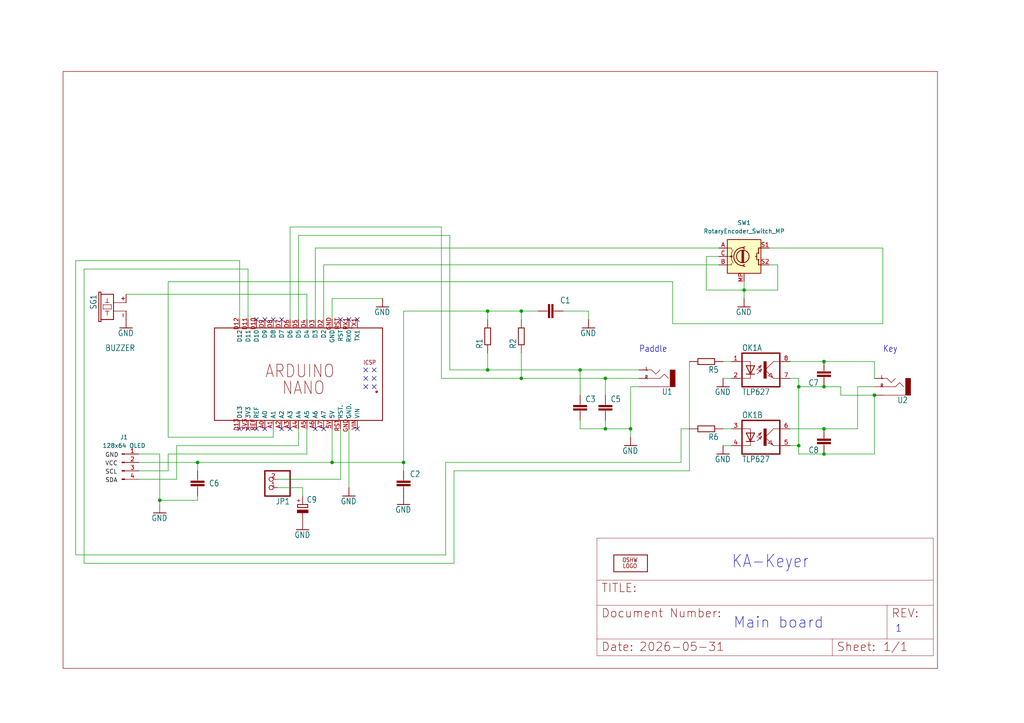
<source format=kicad_sch>
(kicad_sch (version 20231120) (generator "eeschema") (generator_version "8.0")
  (paper "User" 309.347 218.491)
  (lib_symbols
    (symbol "Connector:Conn_01x04_Pin" (pin_names (offset 1.016) hide)
      (property "Reference" "J" (at 0 5.08 0))
      (property "Value" "Conn_01x04_Pin" (at 0 -7.62 0))
      (symbol "Conn_01x04_Pin_1_1"
        (polyline (pts (xy 1.27 -5.08) (xy 0.8636 -5.08)) (stroke (width 0.1524)))
        (polyline (pts (xy 1.27 -2.54) (xy 0.8636 -2.54)) (stroke (width 0.1524)))
        (polyline (pts (xy 1.27 0) (xy 0.8636 0)) (stroke (width 0.1524)))
        (polyline (pts (xy 1.27 2.54) (xy 0.8636 2.54)) (stroke (width 0.1524)))
        (rectangle (start 0.8636 -4.953) (end 0 -5.207) (stroke (width 0.1524)) (fill (type outline)))
        (rectangle (start 0.8636 -2.413) (end 0 -2.667) (stroke (width 0.1524)) (fill (type outline)))
        (rectangle (start 0.8636 0.127) (end 0 -0.127) (stroke (width 0.1524)) (fill (type outline)))
        (rectangle (start 0.8636 2.667) (end 0 2.413) (stroke (width 0.1524)) (fill (type outline)))
        (pin passive line (at 5.08 2.54 180) (length 3.81) (name "Pin_1") (number "1"))
        (pin passive line (at 5.08 0 180) (length 3.81) (name "Pin_2") (number "2"))
        (pin passive line (at 5.08 -2.54 180) (length 3.81) (name "Pin_3") (number "3"))
        (pin passive line (at 5.08 -5.08 180) (length 3.81) (name "Pin_4") (number "4"))
      )
    )
    (symbol "Device:RotaryEncoder_Switch_MP" (pin_names (offset 0.254) hide)
      (property "Reference" "SW" (at 0 8.89 0))
      (property "Value" "RotaryEncoder_Switch_MP" (at 0 6.35 0))
      (symbol "RotaryEncoder_Switch_MP_0_1"
        (rectangle (start -5.08 5.08) (end 5.08 -5.08) (stroke (width 0.254)) (fill (type background)))
        (circle (center -3.81 0) (radius 0.254) (fill (type outline)))
        (circle (center -0.381 0) (radius 1.905) (stroke (width 0.254)))
        (arc (start -0.381 2.667) (mid -3.0988 -0.0635) (end -0.381 -2.794) (stroke (width 0.254)))
        (polyline (pts (xy -0.635 -1.778) (xy -0.635 1.778)) (stroke (width 0.254)))
        (polyline (pts (xy -0.381 -1.778) (xy -0.381 1.778)) (stroke (width 0.254)))
        (polyline (pts (xy -0.127 1.778) (xy -0.127 -1.778)) (stroke (width 0.254)))
        (polyline (pts (xy 3.81 0) (xy 3.429 0)) (stroke (width 0.254)))
        (polyline (pts (xy 3.81 1.016) (xy 3.81 -1.016)) (stroke (width 0.254)))
        (polyline (pts (xy -5.08 -2.54) (xy -3.81 -2.54) (xy -3.81 -2.032)))
        (polyline (pts (xy -5.08 2.54) (xy -3.81 2.54) (xy -3.81 2.032)))
        (polyline (pts (xy 0.254 -3.048) (xy -0.508 -2.794) (xy 0.127 -2.413)) (stroke (width 0.254)))
        (polyline (pts (xy 0.254 2.921) (xy -0.508 2.667) (xy 0.127 2.286)) (stroke (width 0.254)))
        (polyline (pts (xy 5.08 -2.54) (xy 4.318 -2.54) (xy 4.318 -1.016)) (stroke (width 0.254)))
        (polyline (pts (xy 5.08 2.54) (xy 4.318 2.54) (xy 4.318 1.016)) (stroke (width 0.254)))
        (polyline (pts (xy -5.08 0) (xy -3.81 0) (xy -3.81 -1.016) (xy -3.302 -2.032)))
        (polyline (pts (xy -4.318 0) (xy -3.81 0) (xy -3.81 1.016) (xy -3.302 2.032)))
        (circle (center 4.318 -1.016) (radius 0.127) (stroke (width 0.254)))
        (circle (center 4.318 1.016) (radius 0.127) (stroke (width 0.254)))
      )
      (symbol "RotaryEncoder_Switch_MP_1_1"
        (pin passive line (at -7.62 2.54 0) (length 2.54) (name "A") (number "A"))
        (pin passive line (at -7.62 -2.54 0) (length 2.54) (name "B") (number "B"))
        (pin passive line (at -7.62 0 0) (length 2.54) (name "C") (number "C"))
        (pin passive line (at 0 -7.62 90) (length 2.54) (name "MP") (number "MP"))
        (pin passive line (at 7.62 2.54 180) (length 2.54) (name "S1") (number "S1"))
        (pin passive line (at 7.62 -2.54 180) (length 2.54) (name "S2") (number "S2"))
      )
    )
    (symbol "open_cw_keyer_mk2_v30-eagle-import:ARDUINO_NANO"
      (symbol "ARDUINO_NANO_1_0"
        (polyline (pts (xy -25.4 -15.24) (xy -25.4 12.7)) (stroke (width 0.254)))
        (polyline (pts (xy -25.4 12.7) (xy 25.4 12.7)) (stroke (width 0.254)))
        (polyline (pts (xy 25.4 -15.24) (xy -25.4 -15.24)) (stroke (width 0.254)))
        (polyline (pts (xy 25.4 12.7) (xy 25.4 -15.24)) (stroke (width 0.254)))
        (circle (center 23.622 -6.604) (radius 0.254) (stroke (width 0.254)))
        (text "ARDUINO" (at -10.16 -2.54 0) (effects (font (size 3.81 3.2385)) (justify left bottom)))
        (text "ICSP" (at 19.558 1.524 0) (effects (font (size 1.27 1.0795)) (justify left bottom)))
        (text "NANO" (at -5.08 -7.62 0) (effects (font (size 3.81 3.2385)) (justify left bottom)))
        (pin bidirectional line (at -15.24 -17.78 90) (length 2.54) (name "3V3") (number "3V3"))
        (pin bidirectional line (at 10.16 -17.78 90) (length 2.54) (name "5V") (number "5V"))
        (pin bidirectional line (at 20.32 -5.08 0) (length 0) (name "5V.") (number "5V."))
        (pin bidirectional line (at -10.16 -17.78 90) (length 2.54) (name "A0") (number "A0"))
        (pin bidirectional line (at -7.62 -17.78 90) (length 2.54) (name "A1") (number "A1"))
        (pin bidirectional line (at -5.08 -17.78 90) (length 2.54) (name "A2") (number "A2"))
        (pin bidirectional line (at -2.54 -17.78 90) (length 2.54) (name "A3") (number "A3"))
        (pin bidirectional line (at 0 -17.78 90) (length 2.54) (name "A4") (number "A4"))
        (pin bidirectional line (at 2.54 -17.78 90) (length 2.54) (name "A5") (number "A5"))
        (pin bidirectional line (at 5.08 -17.78 90) (length 2.54) (name "A6") (number "A6"))
        (pin bidirectional line (at 7.62 -17.78 90) (length 2.54) (name "A7") (number "A7"))
        (pin bidirectional line (at -12.7 15.24 270) (length 2.54) (name "D10") (number "D10"))
        (pin bidirectional line (at -15.24 15.24 270) (length 2.54) (name "D11") (number "D11"))
        (pin bidirectional line (at -17.78 15.24 270) (length 2.54) (name "D12") (number "D12"))
        (pin bidirectional line (at -17.78 -17.78 90) (length 2.54) (name "D13") (number "D13"))
        (pin bidirectional line (at 7.62 15.24 270) (length 2.54) (name "D2") (number "D2"))
        (pin bidirectional line (at 5.08 15.24 270) (length 2.54) (name "D3") (number "D3"))
        (pin bidirectional line (at 2.54 15.24 270) (length 2.54) (name "D4") (number "D4"))
        (pin bidirectional line (at 0 15.24 270) (length 2.54) (name "D5") (number "D5"))
        (pin bidirectional line (at -2.54 15.24 270) (length 2.54) (name "D6") (number "D6"))
        (pin bidirectional line (at -5.08 15.24 270) (length 2.54) (name "D7") (number "D7"))
        (pin bidirectional line (at -7.62 15.24 270) (length 2.54) (name "D8") (number "D8"))
        (pin bidirectional line (at -10.16 15.24 270) (length 2.54) (name "D9") (number "D9"))
        (pin bidirectional line (at 10.16 15.24 270) (length 2.54) (name "GND") (number "GND"))
        (pin bidirectional line (at 15.24 -17.78 90) (length 2.54) (name "GND.") (number "GND."))
        (pin bidirectional line (at 20.32 0 0) (length 0) (name "GND_") (number "GND_"))
        (pin bidirectional line (at 22.86 -5.08 180) (length 0) (name "MISO") (number "MISO"))
        (pin bidirectional line (at 20.32 -2.54 0) (length 0) (name "MOSI") (number "MOSI"))
        (pin bidirectional line (at -12.7 -17.78 90) (length 2.54) (name "REF") (number "REF"))
        (pin bidirectional line (at 22.86 0 180) (length 0) (name "RESET..") (number "RESET.."))
        (pin bidirectional line (at 12.7 15.24 270) (length 2.54) (name "RST") (number "RST"))
        (pin bidirectional line (at 12.7 -17.78 90) (length 2.54) (name "RST.") (number "RST."))
        (pin bidirectional line (at 15.24 15.24 270) (length 2.54) (name "RX0") (number "RX1"))
        (pin bidirectional line (at 22.86 -2.54 180) (length 0) (name "SCK") (number "SCK"))
        (pin bidirectional line (at 17.78 15.24 270) (length 2.54) (name "TX1") (number "TX1"))
        (pin bidirectional line (at 17.78 -17.78 90) (length 2.54) (name "VIN") (number "VIN"))
      )
    )
    (symbol "open_cw_keyer_mk2_v30-eagle-import:AUDIO-JACKPTH"
      (property "Reference" "U" (at -5.08 3.048 0))
      (symbol "AUDIO-JACKPTH_1_0"
        (rectangle (start -5.842 2.54) (end -4.318 -2.54) (fill (type outline)))
        (polyline (pts (xy -2.54 -1.27) (xy -3.81 0)) (stroke (width 0.1524)))
        (polyline (pts (xy -1.27 -2.54) (xy 0 -1.27)) (stroke (width 0.1524)))
        (polyline (pts (xy -1.27 0) (xy -2.54 -1.27)) (stroke (width 0.1524)))
        (polyline (pts (xy 0 -1.27) (xy 1.27 -2.54)) (stroke (width 0.1524)))
        (polyline (pts (xy 1.27 -2.54) (xy 2.54 -2.54)) (stroke (width 0.1524)))
        (polyline (pts (xy 2.54 0) (xy -1.27 0)) (stroke (width 0.1524)))
        (polyline (pts (xy 2.54 2.54) (xy -5.08 2.54)) (stroke (width 0.1524)))
        (text "L" (at 2.286 -2.286 0) (effects (font (size 1.016 0.8636) (thickness 0.1727) (bold yes)) (justify left bottom)))
        (text "R" (at 2.286 0.254 0) (effects (font (size 1.016 0.8636) (thickness 0.1727) (bold yes)) (justify left bottom)))
        (pin bidirectional line (at 5.08 0 180) (length 2.54) (name "RIGHT") (number "RING"))
        (pin bidirectional line (at 5.08 2.54 180) (length 2.54) (name "SLEEVE") (number "SLEEVE"))
        (pin bidirectional line (at 5.08 -2.54 180) (length 2.54) (name "LEFT") (number "TIP"))
      )
    )
    (symbol "open_cw_keyer_mk2_v30-eagle-import:C-EUC0805"
      (property "Reference" "C" (at 1.524 0.381 0))
      (symbol "C-EUC0805_1_0"
        (rectangle (start -2.032 -2.032) (end 2.032 -1.524) (fill (type outline)))
        (rectangle (start -2.032 -1.016) (end 2.032 -0.508) (fill (type outline)))
        (polyline (pts (xy 0 -2.54) (xy 0 -2.032)) (stroke (width 0.1524)))
        (polyline (pts (xy 0 0) (xy 0 -0.508)) (stroke (width 0.1524)))
        (pin passive line (at 0 2.54 270) (length 2.54) (name "1") (number "1"))
        (pin passive line (at 0 -5.08 90) (length 2.54) (name "2") (number "2"))
      )
    )
    (symbol "open_cw_keyer_mk2_v30-eagle-import:C-EUC0805K"
      (property "Reference" "C" (at 1.524 0.381 0))
      (symbol "C-EUC0805K_1_0"
        (rectangle (start -2.032 -2.032) (end 2.032 -1.524) (fill (type outline)))
        (rectangle (start -2.032 -1.016) (end 2.032 -0.508) (fill (type outline)))
        (polyline (pts (xy 0 -2.54) (xy 0 -2.032)) (stroke (width 0.1524)))
        (polyline (pts (xy 0 0) (xy 0 -0.508)) (stroke (width 0.1524)))
        (pin passive line (at 0 2.54 270) (length 2.54) (name "1") (number "1"))
        (pin passive line (at 0 -5.08 90) (length 2.54) (name "2") (number "2"))
      )
    )
    (symbol "open_cw_keyer_mk2_v30-eagle-import:CPOL-EUB/3528-21R"
      (property "Reference" "C" (at 1.143 0.4826 0))
      (symbol "CPOL-EUB/3528-21R_1_0"
        (rectangle (start -1.651 -2.54) (end 1.651 -1.651) (fill (type outline)))
        (polyline (pts (xy -1.524 -0.889) (xy 1.524 -0.889)) (stroke (width 0.254)))
        (polyline (pts (xy -1.524 0) (xy -1.524 -0.889)) (stroke (width 0.254)))
        (polyline (pts (xy -1.524 0) (xy 1.524 0)) (stroke (width 0.254)))
        (polyline (pts (xy 1.524 -0.889) (xy 1.524 0)) (stroke (width 0.254)))
        (text "+" (at -0.5842 0.4064 900) (effects (font (size 1.27 1.0795)) (justify left bottom)))
        (pin passive line (at 0 2.54 270) (length 2.54) (name "+") (number "+"))
        (pin passive line (at 0 -5.08 90) (length 2.54) (name "-") (number "-"))
      )
    )
    (symbol "open_cw_keyer_mk2_v30-eagle-import:DINA4_L"
      (symbol "DINA4_L_1_0"
        (polyline (pts (xy 0 0) (xy 264.16 0) (xy 264.16 180.34) (xy 0 180.34) (xy 0 0)))
      )
      (symbol "DINA4_L_2_0"
        (polyline (pts (xy 0 0) (xy 0 5.08)) (stroke (width 0.1016)))
        (polyline (pts (xy 0 0) (xy 71.12 0)) (stroke (width 0.1016)))
        (polyline (pts (xy 0 5.08) (xy 0 15.24)) (stroke (width 0.1016)))
        (polyline (pts (xy 0 5.08) (xy 71.12 5.08)) (stroke (width 0.1016)))
        (polyline (pts (xy 0 15.24) (xy 0 22.86)) (stroke (width 0.1016)))
        (polyline (pts (xy 0 22.86) (xy 0 35.56)) (stroke (width 0.1016)))
        (polyline (pts (xy 0 22.86) (xy 101.6 22.86)) (stroke (width 0.1016)))
        (polyline (pts (xy 71.12 0) (xy 101.6 0)) (stroke (width 0.1016)))
        (polyline (pts (xy 71.12 5.08) (xy 71.12 0)) (stroke (width 0.1016)))
        (polyline (pts (xy 71.12 5.08) (xy 87.63 5.08)) (stroke (width 0.1016)))
        (polyline (pts (xy 87.63 5.08) (xy 101.6 5.08)) (stroke (width 0.1016)))
        (polyline (pts (xy 87.63 15.24) (xy 0 15.24)) (stroke (width 0.1016)))
        (polyline (pts (xy 87.63 15.24) (xy 87.63 5.08)) (stroke (width 0.1016)))
        (polyline (pts (xy 101.6 5.08) (xy 101.6 0)) (stroke (width 0.1016)))
        (polyline (pts (xy 101.6 15.24) (xy 87.63 15.24)) (stroke (width 0.1016)))
        (polyline (pts (xy 101.6 15.24) (xy 101.6 5.08)) (stroke (width 0.1016)))
        (polyline (pts (xy 101.6 22.86) (xy 101.6 15.24)) (stroke (width 0.1016)))
        (polyline (pts (xy 101.6 35.56) (xy 0 35.56)) (stroke (width 0.1016)))
        (polyline (pts (xy 101.6 35.56) (xy 101.6 22.86)) (stroke (width 0.1016)))
        (text "${#}/${##}" (at 86.36 1.27 0) (effects (font (size 2.54 2.54)) (justify left bottom)))
        (text "${CURRENT_DATE}" (at 12.7 1.27 0) (effects (font (size 2.54 2.54)) (justify left bottom)))
        (text "${PROJECTNAME}" (at 17.78 19.05 0) (effects (font (size 2.54 2.54)) (justify left bottom)))
        (text "Date:" (at 1.27 1.27 0) (effects (font (size 2.54 2.54)) (justify left bottom)))
        (text "Document Number:" (at 1.27 11.43 0) (effects (font (size 2.54 2.54)) (justify left bottom)))
        (text "REV:" (at 88.9 11.43 0) (effects (font (size 2.54 2.54)) (justify left bottom)))
        (text "Sheet:" (at 72.39 1.27 0) (effects (font (size 2.54 2.54)) (justify left bottom)))
        (text "TITLE:" (at 1.27 19.05 0) (effects (font (size 2.54 2.54)) (justify left bottom)))
      )
    )
    (symbol "open_cw_keyer_mk2_v30-eagle-import:F/CM12P"
      (property "Reference" "SG" (at -2.54 6.35 0))
      (symbol "F/CM12P_1_0"
        (polyline (pts (xy -3.175 5.08) (xy -2.54 5.08)) (stroke (width 0.254)))
        (polyline (pts (xy -3.175 5.715) (xy -3.175 5.08)) (stroke (width 0.254)))
        (polyline (pts (xy -2.54 1.27) (xy 0 1.27)) (stroke (width 0.254)))
        (polyline (pts (xy -2.54 5.08) (xy -2.54 1.27)) (stroke (width 0.254)))
        (polyline (pts (xy -2.54 5.08) (xy 5.08 5.08)) (stroke (width 0.254)))
        (polyline (pts (xy -1.27 3.175) (xy 0 3.175)) (stroke (width 0.1524)))
        (polyline (pts (xy 0 -2.54) (xy 0 1.27)) (stroke (width 0.1524)))
        (polyline (pts (xy 0 1.27) (xy 2.54 1.27)) (stroke (width 0.254)))
        (polyline (pts (xy 0 3.175) (xy 0 2.54)) (stroke (width 0.1524)))
        (polyline (pts (xy 0 3.175) (xy 0 3.81)) (stroke (width 0.1524)))
        (polyline (pts (xy 0.635 1.905) (xy 1.905 1.905)) (stroke (width 0.1524)))
        (polyline (pts (xy 0.635 4.445) (xy 0.635 1.905)) (stroke (width 0.1524)))
        (polyline (pts (xy 1.905 1.905) (xy 1.905 4.445)) (stroke (width 0.1524)))
        (polyline (pts (xy 1.905 4.445) (xy 0.635 4.445)) (stroke (width 0.1524)))
        (polyline (pts (xy 2.54 -2.54) (xy 2.54 1.27)) (stroke (width 0.1524)))
        (polyline (pts (xy 2.54 1.27) (xy 5.08 1.27)) (stroke (width 0.254)))
        (polyline (pts (xy 2.54 3.175) (xy 2.54 2.54)) (stroke (width 0.1524)))
        (polyline (pts (xy 2.54 3.175) (xy 3.81 3.175)) (stroke (width 0.1524)))
        (polyline (pts (xy 2.54 3.81) (xy 2.54 3.175)) (stroke (width 0.1524)))
        (polyline (pts (xy 5.08 1.27) (xy 5.08 5.08)) (stroke (width 0.254)))
        (polyline (pts (xy 5.08 5.08) (xy 5.715 5.08)) (stroke (width 0.254)))
        (polyline (pts (xy 5.715 5.08) (xy 5.715 5.715)) (stroke (width 0.254)))
        (polyline (pts (xy 5.715 5.715) (xy -3.175 5.715)) (stroke (width 0.254)))
        (pin passive line (at -2.54 -2.54 0) (length 2.54) (name "1") (number "+"))
        (pin passive line (at 5.08 -2.54 180) (length 2.54) (name "2") (number "-"))
      )
    )
    (symbol "open_cw_keyer_mk2_v30-eagle-import:GND" (power)
      (symbol "GND_1_0"
        (polyline (pts (xy -1.905 0) (xy 1.905 0)) (stroke (width 0.254)))
        (pin power_in line (at 0 2.54 270) (length 2.54) (name "GND") (number "1"))
      )
    )
    (symbol "open_cw_keyer_mk2_v30-eagle-import:ILD621"
      (property "Reference" "OK" (at -6.985 5.715 0))
      (symbol "ILD621_1_0"
        (rectangle (start -0.381 -2.54) (end 0.381 2.54) (fill (type outline)))
        (polyline (pts (xy -6.985 -5.08) (xy 4.445 -5.08)) (stroke (width 0.4064)))
        (polyline (pts (xy -6.985 5.08) (xy -6.985 -5.08)) (stroke (width 0.4064)))
        (polyline (pts (xy -6.985 5.08) (xy 4.445 5.08)) (stroke (width 0.4064)))
        (polyline (pts (xy -4.445 -2.54) (xy -7.62 -2.54)) (stroke (width 0.1524)))
        (polyline (pts (xy -4.445 -1.27) (xy -5.715 -1.27)) (stroke (width 0.254)))
        (polyline (pts (xy -4.445 -1.27) (xy -5.715 1.27)) (stroke (width 0.254)))
        (polyline (pts (xy -4.445 -1.27) (xy -4.445 -2.54)) (stroke (width 0.1524)))
        (polyline (pts (xy -4.445 1.27) (xy -5.715 1.27)) (stroke (width 0.254)))
        (polyline (pts (xy -4.445 1.27) (xy -4.445 -1.27)) (stroke (width 0.254)))
        (polyline (pts (xy -4.445 2.54) (xy -7.62 2.54)) (stroke (width 0.1524)))
        (polyline (pts (xy -4.445 2.54) (xy -4.445 1.27)) (stroke (width 0.1524)))
        (polyline (pts (xy -3.175 -1.27) (xy -4.445 -1.27)) (stroke (width 0.254)))
        (polyline (pts (xy -3.175 1.27) (xy -4.445 -1.27)) (stroke (width 0.254)))
        (polyline (pts (xy -3.175 1.27) (xy -4.445 1.27)) (stroke (width 0.254)))
        (polyline (pts (xy -2.54 0) (xy -1.143 1.397)) (stroke (width 0.1524)))
        (polyline (pts (xy -2.413 -1.143) (xy -1.016 0.254)) (stroke (width 0.1524)))
        (polyline (pts (xy -2.032 1.016) (xy -1.524 0.508)) (stroke (width 0.1524)))
        (polyline (pts (xy -1.905 -0.127) (xy -1.397 -0.635)) (stroke (width 0.1524)))
        (polyline (pts (xy -1.524 0.508) (xy -1.143 1.397)) (stroke (width 0.1524)))
        (polyline (pts (xy -1.397 -0.635) (xy -1.016 0.254)) (stroke (width 0.1524)))
        (polyline (pts (xy -1.143 1.397) (xy -2.032 1.016)) (stroke (width 0.1524)))
        (polyline (pts (xy -1.016 0.254) (xy -1.905 -0.127)) (stroke (width 0.1524)))
        (polyline (pts (xy 0 0) (xy 2.286 -2.286)) (stroke (width 0.1524)))
        (polyline (pts (xy 1.016 -1.778) (xy 1.778 -1.016)) (stroke (width 0.1524)))
        (polyline (pts (xy 1.778 -1.016) (xy 2.286 -2.286)) (stroke (width 0.1524)))
        (polyline (pts (xy 2.286 -2.286) (xy 1.016 -1.778)) (stroke (width 0.1524)))
        (polyline (pts (xy 2.286 -2.286) (xy 2.54 -2.54)) (stroke (width 0.1524)))
        (polyline (pts (xy 2.54 -2.54) (xy 5.08 -2.54)) (stroke (width 0.1524)))
        (polyline (pts (xy 2.54 2.54) (xy 0 0)) (stroke (width 0.1524)))
        (polyline (pts (xy 2.54 2.54) (xy 5.08 2.54)) (stroke (width 0.1524)))
        (polyline (pts (xy 4.445 5.08) (xy 4.445 -5.08)) (stroke (width 0.4064)))
        (pin passive line (at -10.16 2.54 0) (length 2.54) (name "A") (number "1"))
        (pin passive line (at -10.16 -2.54 0) (length 2.54) (name "C") (number "2"))
        (pin passive line (at 7.62 -2.54 180) (length 2.54) (name "EMIT") (number "7"))
        (pin passive line (at 7.62 2.54 180) (length 2.54) (name "COL") (number "8"))
      )
      (symbol "ILD621_2_0"
        (rectangle (start -0.381 -2.54) (end 0.381 2.54) (fill (type outline)))
        (polyline (pts (xy -6.985 -5.08) (xy 4.445 -5.08)) (stroke (width 0.4064)))
        (polyline (pts (xy -6.985 5.08) (xy -6.985 -5.08)) (stroke (width 0.4064)))
        (polyline (pts (xy -6.985 5.08) (xy 4.445 5.08)) (stroke (width 0.4064)))
        (polyline (pts (xy -4.445 -2.54) (xy -7.62 -2.54)) (stroke (width 0.1524)))
        (polyline (pts (xy -4.445 -1.27) (xy -5.715 -1.27)) (stroke (width 0.254)))
        (polyline (pts (xy -4.445 -1.27) (xy -5.715 1.27)) (stroke (width 0.254)))
        (polyline (pts (xy -4.445 -1.27) (xy -4.445 -2.54)) (stroke (width 0.1524)))
        (polyline (pts (xy -4.445 1.27) (xy -5.715 1.27)) (stroke (width 0.254)))
        (polyline (pts (xy -4.445 1.27) (xy -4.445 -1.27)) (stroke (width 0.254)))
        (polyline (pts (xy -4.445 2.54) (xy -7.62 2.54)) (stroke (width 0.1524)))
        (polyline (pts (xy -4.445 2.54) (xy -4.445 1.27)) (stroke (width 0.1524)))
        (polyline (pts (xy -3.175 -1.27) (xy -4.445 -1.27)) (stroke (width 0.254)))
        (polyline (pts (xy -3.175 1.27) (xy -4.445 -1.27)) (stroke (width 0.254)))
        (polyline (pts (xy -3.175 1.27) (xy -4.445 1.27)) (stroke (width 0.254)))
        (polyline (pts (xy -2.54 0) (xy -1.143 1.397)) (stroke (width 0.1524)))
        (polyline (pts (xy -2.413 -1.143) (xy -1.016 0.254)) (stroke (width 0.1524)))
        (polyline (pts (xy -2.032 1.016) (xy -1.524 0.508)) (stroke (width 0.1524)))
        (polyline (pts (xy -1.905 -0.127) (xy -1.397 -0.635)) (stroke (width 0.1524)))
        (polyline (pts (xy -1.524 0.508) (xy -1.143 1.397)) (stroke (width 0.1524)))
        (polyline (pts (xy -1.397 -0.635) (xy -1.016 0.254)) (stroke (width 0.1524)))
        (polyline (pts (xy -1.143 1.397) (xy -2.032 1.016)) (stroke (width 0.1524)))
        (polyline (pts (xy -1.016 0.254) (xy -1.905 -0.127)) (stroke (width 0.1524)))
        (polyline (pts (xy 0 0) (xy 2.286 -2.286)) (stroke (width 0.1524)))
        (polyline (pts (xy 1.016 -1.778) (xy 1.778 -1.016)) (stroke (width 0.1524)))
        (polyline (pts (xy 1.778 -1.016) (xy 2.286 -2.286)) (stroke (width 0.1524)))
        (polyline (pts (xy 2.286 -2.286) (xy 1.016 -1.778)) (stroke (width 0.1524)))
        (polyline (pts (xy 2.286 -2.286) (xy 2.54 -2.54)) (stroke (width 0.1524)))
        (polyline (pts (xy 2.54 -2.54) (xy 5.08 -2.54)) (stroke (width 0.1524)))
        (polyline (pts (xy 2.54 2.54) (xy 0 0)) (stroke (width 0.1524)))
        (polyline (pts (xy 2.54 2.54) (xy 5.08 2.54)) (stroke (width 0.1524)))
        (polyline (pts (xy 4.445 5.08) (xy 4.445 -5.08)) (stroke (width 0.4064)))
        (pin passive line (at -10.16 2.54 0) (length 2.54) (name "A") (number "3"))
        (pin passive line (at -10.16 -2.54 0) (length 2.54) (name "C") (number "4"))
        (pin passive line (at 7.62 -2.54 180) (length 2.54) (name "EMIT") (number "5"))
        (pin passive line (at 7.62 2.54 180) (length 2.54) (name "COL") (number "6"))
      )
    )
    (symbol "open_cw_keyer_mk2_v30-eagle-import:OSHW_LOGO_FILLX0150-NT"
      (symbol "OSHW_LOGO_FILLX0150-NT_1_0"
        (polyline (pts (xy -5.08 -2.54) (xy -5.08 2.54)) (stroke (width 0.254)))
        (polyline (pts (xy -5.08 2.54) (xy 5.08 2.54)) (stroke (width 0.254)))
        (polyline (pts (xy 5.08 -2.54) (xy -5.08 -2.54)) (stroke (width 0.254)))
        (polyline (pts (xy 5.08 2.54) (xy 5.08 -2.54)) (stroke (width 0.254)))
        (text "LOGO" (at -2.413 -1.524 0) (effects (font (size 1.27 1.0795)) (justify left bottom)))
        (text "OSHW" (at -2.54 0.254 0) (effects (font (size 1.27 1.0795)) (justify left bottom)))
      )
    )
    (symbol "open_cw_keyer_mk2_v30-eagle-import:PINHD-1X2/90"
      (property "Reference" "JP" (at -6.35 5.715 0))
      (symbol "PINHD-1X2/90_1_0"
        (polyline (pts (xy -6.35 -2.54) (xy 1.27 -2.54)) (stroke (width 0.4064)))
        (polyline (pts (xy -6.35 5.08) (xy -6.35 -2.54)) (stroke (width 0.4064)))
        (polyline (pts (xy 1.27 -2.54) (xy 1.27 5.08)) (stroke (width 0.4064)))
        (polyline (pts (xy 1.27 5.08) (xy -6.35 5.08)) (stroke (width 0.4064)))
        (pin passive inverted (at -2.54 2.54 0) (length 2.54) (name "1") (number "1"))
        (pin passive inverted (at -2.54 0 0) (length 2.54) (name "2") (number "2"))
      )
    )
    (symbol "open_cw_keyer_mk2_v30-eagle-import:R-EU_M0805"
      (property "Reference" "R" (at -3.81 1.4986 0))
      (symbol "R-EU_M0805_1_0"
        (polyline (pts (xy -2.54 -0.889) (xy -2.54 0.889)) (stroke (width 0.254)))
        (polyline (pts (xy -2.54 -0.889) (xy 2.54 -0.889)) (stroke (width 0.254)))
        (polyline (pts (xy 2.54 -0.889) (xy 2.54 0.889)) (stroke (width 0.254)))
        (polyline (pts (xy 2.54 0.889) (xy -2.54 0.889)) (stroke (width 0.254)))
        (pin passive line (at -5.08 0 0) (length 2.54) (name "1") (number "1"))
        (pin passive line (at 5.08 0 180) (length 2.54) (name "2") (number "2"))
      )
    )
    (symbol "open_cw_keyer_mk2_v30-eagle-import:rcl_R-EU_M0805"
      (property "Reference" "R" (at -3.81 1.4986 0))
      (symbol "rcl_R-EU_M0805_1_0"
        (polyline (pts (xy -2.54 -0.889) (xy -2.54 0.889)) (stroke (width 0.254)))
        (polyline (pts (xy -2.54 -0.889) (xy 2.54 -0.889)) (stroke (width 0.254)))
        (polyline (pts (xy 2.54 -0.889) (xy 2.54 0.889)) (stroke (width 0.254)))
        (polyline (pts (xy 2.54 0.889) (xy -2.54 0.889)) (stroke (width 0.254)))
        (pin passive line (at -5.08 0 0) (length 2.54) (name "1") (number "1"))
        (pin passive line (at 5.08 0 180) (length 2.54) (name "2") (number "2"))
      )
    )
  )
  (junction (at 175.26 111.76))
  (junction (at 248.92 129.54))
  (junction (at 157.48 114.3))
  (junction (at 100.33 139.7))
  (junction (at 241.3 116.84))
  (junction (at 147.32 93.98))
  (junction (at 121.92 139.7))
  (junction (at 248.92 116.84))
  (junction (at 248.92 137.16))
  (junction (at 182.88 114.3))
  (junction (at 182.88 129.54))
  (junction (at 147.32 111.76))
  (junction (at 264.16 119.38))
  (junction (at 190.5 129.54))
  (junction (at 59.69 139.7))
  (junction (at 241.3 134.62))
  (junction (at 48.26 151.13))
  (junction (at 157.48 93.98))
  (junction (at 224.79 87.63))
  (junction (at 248.92 109.22))
  (no_connect (at 97.79 129.54))
  (no_connect (at 95.25 129.54))
  (no_connect (at 107.95 96.52))
  (no_connect (at 80.01 129.54))
  (no_connect (at 107.95 129.54))
  (no_connect (at 110.49 111.76))
  (no_connect (at 113.03 111.76))
  (no_connect (at 110.49 114.3))
  (no_connect (at 85.09 96.52))
  (no_connect (at 77.47 129.54))
  (no_connect (at 110.49 116.84))
  (no_connect (at 105.41 96.52))
  (no_connect (at 72.39 129.54))
  (no_connect (at 113.03 116.84))
  (no_connect (at 85.09 129.54))
  (no_connect (at 87.63 129.54))
  (no_connect (at 74.93 129.54))
  (no_connect (at 77.47 96.52))
  (no_connect (at 102.87 96.52))
  (no_connect (at 113.03 114.3))
  (no_connect (at 82.55 96.52))
  (no_connect (at 80.01 96.52))
  (wire (pts (xy 254 116.84) (xy 248.92 116.84)) (stroke (width 0.1524)))
  (wire (pts (xy 115.57 90.17) (xy 100.33 90.17)))
  (wire (pts (xy 87.63 68.58) (xy 87.63 96.52)) (stroke (width 0.1524)))
  (wire (pts (xy 41.91 139.7) (xy 59.69 139.7)))
  (wire (pts (xy 92.71 88.9) (xy 38.1 88.9)) (stroke (width 0.1524)))
  (wire (pts (xy 90.17 71.12) (xy 135.89 71.12)) (stroke (width 0.1524)))
  (wire (pts (xy 22.86 78.74) (xy 72.39 78.74)) (stroke (width 0.1524)))
  (wire (pts (xy 205.74 139.7) (xy 205.74 129.54)) (stroke (width 0.1524)))
  (wire (pts (xy 59.69 151.13) (xy 48.26 151.13)))
  (wire (pts (xy 90.17 129.54) (xy 90.17 134.62)))
  (wire (pts (xy 147.32 111.76) (xy 135.89 111.76)) (stroke (width 0.1524)))
  (wire (pts (xy 232.41 74.93) (xy 266.7 74.93)))
  (wire (pts (xy 74.93 81.28) (xy 74.93 96.52)) (stroke (width 0.1524)))
  (wire (pts (xy 175.26 119.38) (xy 175.26 111.76)) (stroke (width 0.1524)))
  (wire (pts (xy 232.41 80.01) (xy 234.95 80.01)))
  (wire (pts (xy 50.8 137.16) (xy 50.8 142.24)))
  (wire (pts (xy 102.87 144.78) (xy 83.82 144.78)) (stroke (width 0.1524)))
  (wire (pts (xy 50.8 85.09) (xy 203.2 85.09)) (stroke (width 0.1524)))
  (wire (pts (xy 259.08 129.54) (xy 248.92 129.54)) (stroke (width 0.1524)))
  (wire (pts (xy 83.82 147.32) (xy 91.44 147.32)) (stroke (width 0.1524)))
  (wire (pts (xy 182.88 129.54) (xy 190.5 129.54)) (stroke (width 0.1524)))
  (wire (pts (xy 50.8 85.09) (xy 50.8 132.08)) (stroke (width 0.1524)))
  (wire (pts (xy 248.92 109.22) (xy 238.76 109.22)) (stroke (width 0.1524)))
  (wire (pts (xy 97.79 80.01) (xy 217.17 80.01)))
  (wire (pts (xy 100.33 139.7) (xy 121.92 139.7)) (stroke (width 0.1524)))
  (wire (pts (xy 133.35 114.3) (xy 133.35 68.58)) (stroke (width 0.1524)))
  (wire (pts (xy 248.92 137.16) (xy 241.3 137.16)) (stroke (width 0.1524)))
  (wire (pts (xy 182.88 127) (xy 182.88 129.54)) (stroke (width 0.1524)))
  (wire (pts (xy 241.3 114.3) (xy 241.3 116.84)) (stroke (width 0.1524)))
  (wire (pts (xy 238.76 134.62) (xy 241.3 134.62)) (stroke (width 0.1524)))
  (wire (pts (xy 72.39 78.74) (xy 72.39 96.52)) (stroke (width 0.1524)))
  (wire (pts (xy 238.76 114.3) (xy 241.3 114.3)) (stroke (width 0.1524)))
  (wire (pts (xy 90.17 71.12) (xy 90.17 96.52)) (stroke (width 0.1524)))
  (wire (pts (xy 170.18 93.98) (xy 177.8 93.98)))
  (wire (pts (xy 248.92 137.16) (xy 264.16 137.16)) (stroke (width 0.1524)))
  (wire (pts (xy 175.26 111.76) (xy 147.32 111.76)) (stroke (width 0.1524)))
  (wire (pts (xy 121.92 139.7) (xy 121.92 93.98)) (stroke (width 0.1524)))
  (wire (pts (xy 193.04 116.84) (xy 190.5 116.84)) (stroke (width 0.1524)))
  (wire (pts (xy 41.91 142.24) (xy 50.8 142.24)))
  (wire (pts (xy 48.26 137.16) (xy 48.26 151.13)))
  (wire (pts (xy 100.33 90.17) (xy 100.33 96.52)))
  (wire (pts (xy 134.62 139.7) (xy 134.62 167.64)) (stroke (width 0.1524)))
  (wire (pts (xy 147.32 106.68) (xy 147.32 111.76)) (stroke (width 0.1524)))
  (wire (pts (xy 157.48 96.52) (xy 157.48 93.98)) (stroke (width 0.1524)))
  (wire (pts (xy 190.5 116.84) (xy 190.5 129.54)) (stroke (width 0.1524)))
  (wire (pts (xy 95.25 74.93) (xy 95.25 96.52)))
  (wire (pts (xy 121.92 139.7) (xy 121.92 142.24)))
  (wire (pts (xy 91.44 147.32) (xy 91.44 149.86)) (stroke (width 0.1524)))
  (wire (pts (xy 234.95 80.01) (xy 234.95 87.63)))
  (wire (pts (xy 254 119.38) (xy 254 116.84)) (stroke (width 0.1524)))
  (wire (pts (xy 135.89 71.12) (xy 135.89 111.76)) (stroke (width 0.1524)))
  (wire (pts (xy 92.71 96.52) (xy 92.71 88.9)) (stroke (width 0.1524)))
  (wire (pts (xy 259.08 129.54) (xy 259.08 116.84)) (stroke (width 0.1524)))
  (wire (pts (xy 41.91 137.16) (xy 48.26 137.16)))
  (wire (pts (xy 177.8 93.98) (xy 177.8 96.52)))
  (wire (pts (xy 82.55 132.08) (xy 82.55 129.54)) (stroke (width 0.1524)))
  (wire (pts (xy 133.35 68.58) (xy 87.63 68.58)) (stroke (width 0.1524)))
  (wire (pts (xy 203.2 85.09) (xy 203.2 97.79)) (stroke (width 0.1524)))
  (wire (pts (xy 59.69 149.86) (xy 59.69 151.13)))
  (wire (pts (xy 182.88 114.3) (xy 157.48 114.3)) (stroke (width 0.1524)))
  (wire (pts (xy 25.4 81.28) (xy 74.93 81.28)) (stroke (width 0.1524)))
  (wire (pts (xy 264.16 114.3) (xy 264.16 109.22)) (stroke (width 0.1524)))
  (wire (pts (xy 218.44 109.22) (xy 220.98 109.22)) (stroke (width 0.1524)))
  (wire (pts (xy 121.92 93.98) (xy 147.32 93.98)) (stroke (width 0.1524)))
  (wire (pts (xy 157.48 93.98) (xy 147.32 93.98)) (stroke (width 0.1524)))
  (wire (pts (xy 205.74 129.54) (xy 208.28 129.54)) (stroke (width 0.1524)))
  (wire (pts (xy 220.98 134.62) (xy 218.44 134.62)) (stroke (width 0.1524)))
  (wire (pts (xy 241.3 134.62) (xy 241.3 116.84)) (stroke (width 0.1524)))
  (wire (pts (xy 102.87 129.54) (xy 102.87 144.78)) (stroke (width 0.1524)))
  (wire (pts (xy 137.16 170.18) (xy 25.4 170.18)) (stroke (width 0.1524)))
  (wire (pts (xy 224.79 87.63) (xy 213.36 87.63)))
  (wire (pts (xy 137.16 142.24) (xy 137.16 170.18)) (stroke (width 0.1524)))
  (wire (pts (xy 264.16 119.38) (xy 254 119.38)) (stroke (width 0.1524)))
  (wire (pts (xy 175.26 129.54) (xy 182.88 129.54)) (stroke (width 0.1524)))
  (wire (pts (xy 241.3 116.84) (xy 248.92 116.84)) (stroke (width 0.1524)))
  (wire (pts (xy 41.91 144.78) (xy 53.34 144.78)))
  (wire (pts (xy 134.62 139.7) (xy 205.74 139.7)) (stroke (width 0.1524)))
  (wire (pts (xy 217.17 74.93) (xy 95.25 74.93)))
  (wire (pts (xy 175.26 127) (xy 175.26 129.54)) (stroke (width 0.1524)))
  (wire (pts (xy 50.8 132.08) (xy 82.55 132.08)) (stroke (width 0.1524)))
  (wire (pts (xy 48.26 151.13) (xy 48.26 152.4)))
  (wire (pts (xy 190.5 129.54) (xy 190.5 132.08)) (stroke (width 0.1524)))
  (wire (pts (xy 248.92 129.54) (xy 238.76 129.54)) (stroke (width 0.1524)))
  (wire (pts (xy 59.69 139.7) (xy 100.33 139.7)))
  (wire (pts (xy 213.36 77.47) (xy 217.17 77.47)))
  (wire (pts (xy 266.7 74.93) (xy 266.7 97.79)) (stroke (width 0.1524)))
  (wire (pts (xy 90.17 134.62) (xy 53.34 134.62)))
  (wire (pts (xy 193.04 111.76) (xy 175.26 111.76)) (stroke (width 0.1524)))
  (wire (pts (xy 218.44 114.3) (xy 220.98 114.3)) (stroke (width 0.1524)))
  (wire (pts (xy 213.36 87.63) (xy 213.36 77.47)))
  (wire (pts (xy 22.86 167.64) (xy 22.86 78.74)) (stroke (width 0.1524)))
  (wire (pts (xy 97.79 96.52) (xy 97.79 80.01)))
  (wire (pts (xy 25.4 170.18) (xy 25.4 81.28)) (stroke (width 0.1524)))
  (wire (pts (xy 220.98 129.54) (xy 218.44 129.54)) (stroke (width 0.1524)))
  (wire (pts (xy 59.69 139.7) (xy 59.69 142.24)))
  (wire (pts (xy 157.48 114.3) (xy 133.35 114.3)) (stroke (width 0.1524)))
  (wire (pts (xy 157.48 106.68) (xy 157.48 114.3)) (stroke (width 0.1524)))
  (wire (pts (xy 224.79 87.63) (xy 224.79 90.17)))
  (wire (pts (xy 100.33 129.54) (xy 100.33 139.7)) (stroke (width 0.1524)))
  (wire (pts (xy 92.71 137.16) (xy 50.8 137.16)))
  (wire (pts (xy 264.16 137.16) (xy 264.16 119.38)) (stroke (width 0.1524)))
  (wire (pts (xy 147.32 96.52) (xy 147.32 93.98)) (stroke (width 0.1524)))
  (wire (pts (xy 105.41 129.54) (xy 105.41 147.32)) (stroke (width 0.1524)))
  (wire (pts (xy 53.34 134.62) (xy 53.34 144.78)))
  (wire (pts (xy 182.88 119.38) (xy 182.88 114.3)) (stroke (width 0.1524)))
  (wire (pts (xy 208.28 109.22) (xy 208.28 142.24)) (stroke (width 0.1524)))
  (wire (pts (xy 224.79 85.09) (xy 224.79 87.63)))
  (wire (pts (xy 259.08 116.84) (xy 264.16 116.84)) (stroke (width 0.1524)))
  (wire (pts (xy 208.28 142.24) (xy 137.16 142.24)) (stroke (width 0.1524)))
  (wire (pts (xy 203.2 97.79) (xy 266.7 97.79)) (stroke (width 0.1524)))
  (wire (pts (xy 157.48 93.98) (xy 162.56 93.98)))
  (wire (pts (xy 134.62 167.64) (xy 22.86 167.64)) (stroke (width 0.1524)))
  (wire (pts (xy 264.16 109.22) (xy 248.92 109.22)) (stroke (width 0.1524)))
  (wire (pts (xy 193.04 114.3) (xy 182.88 114.3)) (stroke (width 0.1524)))
  (wire (pts (xy 241.3 137.16) (xy 241.3 134.62)) (stroke (width 0.1524)))
  (wire (pts (xy 234.95 87.63) (xy 224.79 87.63)))
  (wire (pts (xy 92.71 129.54) (xy 92.71 137.16)))
  (text "1" (at 270.51 191.262 0) (effects (font (size 2.1844 1.8567)) (justify left bottom)))
  (text "Paddle" (at 193.04 106.68 0) (effects (font (size 1.9304 1.6408)) (justify left bottom)))
  (text "Main board" (at 235.204 188.214 0) (effects (font (size 3.2385 3.2385))))
  (text "Key" (at 266.7 106.68 0) (effects (font (size 1.9304 1.6408)) (justify left bottom)))
  (text "KA-Keyer" (at 220.98 171.958 0) (effects (font (size 3.81 3.2385)) (justify left bottom)))
  (label "GND" (at 31.75 138.43 0))
  (label "SDA" (at 31.75 146.05 0))
  (label "VCC" (at 31.75 140.97 0))
  (label "SCL" (at 31.75 143.51 0))
  (symbol (lib_id "open_cw_keyer_mk2_v30-eagle-import:GND") (at 105.41 149.86 0) (unit 1)
    (property "Reference" "#GND03" (effects (hide yes)))
    (property "Value" "GND" (at 102.87 152.4 0) (effects (font (size 1.778 1.5113)) (justify left bottom)))
  )
  (symbol (lib_id "open_cw_keyer_mk2_v30-eagle-import:GND") (at 190.5 134.62 0) (unit 1)
    (property "Reference" "#GND04" (effects (hide yes)))
    (property "Value" "GND" (at 187.96 137.16 0) (effects (font (size 1.778 1.5113)) (justify left bottom)))
  )
  (symbol (lib_id "open_cw_keyer_mk2_v30-eagle-import:GND") (at 224.79 92.71 0) (unit 1)
    (property "Reference" "#GND06" (effects (hide yes)))
    (property "Value" "GND" (at 222.25 95.25 0) (effects (font (size 1.778 1.5113)) (justify left bottom)))
  )
  (symbol (lib_id "open_cw_keyer_mk2_v30-eagle-import:C-EUC0805K") (at 248.92 134.62 180) (unit 1)
    (property "Reference" "C8" (at 247.396 135.001 0) (effects (font (size 1.778 1.5113)) (justify left bottom)))
    (property "Value" "4n7" (effects (hide yes)))
    (property "Footprint" "open_cw_keyer_mk2_v30:C0805K" (effects (hide yes)))
  )
  (symbol (lib_id "open_cw_keyer_mk2_v30-eagle-import:GND") (at 121.92 152.4 0) (unit 1)
    (property "Reference" "#GND011" (effects (hide yes)))
    (property "Value" "GND" (at 119.38 154.94 0) (effects (font (size 1.778 1.5113)) (justify left bottom)))
  )
  (symbol (lib_id "open_cw_keyer_mk2_v30-eagle-import:GND") (at 38.1 99.06 0) (unit 1)
    (property "Reference" "#GND01" (effects (hide yes)))
    (property "Value" "GND" (at 35.56 101.6 0) (effects (font (size 1.778 1.5113)) (justify left bottom)))
  )
  (symbol (lib_id "open_cw_keyer_mk2_v30-eagle-import:rcl_R-EU_M0805") (at 147.32 101.6 90) (unit 1)
    (property "Reference" "R1" (at 145.8214 105.41 0) (effects (font (size 1.778 1.5113)) (justify left bottom)))
    (property "Value" "1k" (effects (hide yes)))
    (property "Footprint" "open_cw_keyer_mk2_v30:M0805" (effects (hide yes)))
  )
  (symbol (lib_id "open_cw_keyer_mk2_v30-eagle-import:AUDIO-JACKPTH") (at 269.24 116.84 180) (unit 1)
    (property "Reference" "U2" (at 274.32 119.888 0) (effects (font (size 1.778 1.5113)) (justify left bottom)))
    (property "Value" "AUDIO-JACKPTH" (effects (hide yes)))
    (property "Footprint" "open_cw_keyer_mk2_v30:AUDIO-JACK" (effects (hide yes)))
  )
  (symbol (lib_id "open_cw_keyer_mk2_v30-eagle-import:DINA4_L") (at 19.05 201.93 0) (unit 1)
    (property "Reference" "#FRAME1" (effects (hide yes)))
    (property "Value" "DINA4_L" (effects (hide yes)))
  )
  (symbol (lib_id "open_cw_keyer_mk2_v30-eagle-import:ILD621") (at 231.14 132.08 0) (unit 2)
    (property "Reference" "OK1" (at 224.155 126.365 0) (effects (font (size 1.778 1.5113)) (justify left bottom)))
    (property "Value" "TLP627" (at 224.155 139.7 0) (effects (font (size 1.778 1.5113)) (justify left bottom)))
    (property "Footprint" "open_cw_keyer_mk2_v30:DIL08" (effects (hide yes)))
  )
  (symbol (lib_id "open_cw_keyer_mk2_v30-eagle-import:AUDIO-JACKPTH") (at 198.12 114.3 180) (unit 1)
    (property "Reference" "U1" (at 203.2 117.348 0) (effects (font (size 1.778 1.5113)) (justify left bottom)))
    (property "Value" "AUDIO-JACKPTH" (effects (hide yes)))
    (property "Footprint" "open_cw_keyer_mk2_v30:AUDIO-JACK" (effects (hide yes)))
  )
  (symbol (lib_id "open_cw_keyer_mk2_v30-eagle-import:C-EUC0805") (at 182.88 121.92 0) (unit 1)
    (property "Reference" "C5" (at 184.404 121.539 0) (effects (font (size 1.778 1.5113)) (justify left bottom)))
    (property "Value" "4n7" (effects (hide yes)))
    (property "Footprint" "open_cw_keyer_mk2_v30:C0805" (effects (hide yes)))
  )
  (symbol (lib_id "open_cw_keyer_mk2_v30-eagle-import:rcl_R-EU_M0805") (at 157.48 101.6 90) (unit 1)
    (property "Reference" "R2" (at 155.9814 105.41 0) (effects (font (size 1.778 1.5113)) (justify left bottom)))
    (property "Value" "1k" (effects (hide yes)))
    (property "Footprint" "open_cw_keyer_mk2_v30:M0805" (effects (hide yes)))
  )
  (symbol (lib_id "open_cw_keyer_mk2_v30-eagle-import:R-EU_M0805") (at 213.36 109.22 180) (unit 1)
    (property "Reference" "R5" (at 217.17 110.7186 0) (effects (font (size 1.778 1.5113)) (justify left bottom)))
    (property "Value" "390" (effects (hide yes)))
    (property "Footprint" "open_cw_keyer_mk2_v30:M0805" (effects (hide yes)))
  )
  (symbol (lib_id "open_cw_keyer_mk2_v30-eagle-import:F/CM12P") (at 35.56 91.44 90) (mirror x) (unit 1)
    (property "Reference" "SG1" (at 29.21 88.9 0) (effects (font (size 1.778 1.5113)) (justify left bottom)))
    (property "Value" "BUZZER" (at 31.75 104.14 90) (effects (font (size 1.778 1.5113)) (justify right top)))
    (property "Footprint" "open_cw_keyer_mk2_v30:F_CM12P" (effects (hide yes)))
  )
  (symbol (lib_id "open_cw_keyer_mk2_v30-eagle-import:GND") (at 48.26 154.94 0) (unit 1)
    (property "Reference" "#GND07" (effects (hide yes)))
    (property "Value" "GND" (at 45.72 157.48 0) (effects (font (size 1.778 1.5113)) (justify left bottom)))
  )
  (symbol (lib_id "Connector:Conn_01x04_Pin") (at 36.83 139.7 0) (unit 1)
    (property "Reference" "J1" (at 37.465 132.08 0))
    (property "Value" "128x64 OLED" (at 37.465 134.62 0))
    (property "Footprint" "Connector_PinHeader_2.54mm:PinHeader_1x04_P2.54mm_Vertical" (effects (hide yes)))
    (property "Description" "Generic connector, single row, 01x04, script generated" (effects (hide yes)))
  )
  (symbol (lib_id "open_cw_keyer_mk2_v30-eagle-import:C-EUC0805") (at 59.69 147.32 180) (unit 1)
    (property "Reference" "C6" (at 66.294 145.034 0) (effects (font (size 1.778 1.5113)) (justify left bottom)))
    (property "Value" "100nF" (effects (hide yes)))
    (property "Footprint" "open_cw_keyer_mk2_v30:C0805" (effects (hide yes)))
  )
  (symbol (lib_id "open_cw_keyer_mk2_v30-eagle-import:ILD621") (at 231.14 111.76 0) (unit 1)
    (property "Reference" "OK1" (at 224.155 106.045 0) (effects (font (size 1.778 1.5113)) (justify left bottom)))
    (property "Value" "TLP627" (at 224.155 119.38 0) (effects (font (size 1.778 1.5113)) (justify left bottom)))
    (property "Footprint" "open_cw_keyer_mk2_v30:DIL08" (effects (hide yes)))
  )
  (symbol (lib_id "open_cw_keyer_mk2_v30-eagle-import:GND") (at 91.44 160.02 0) (unit 1)
    (property "Reference" "#GND012" (effects (hide yes)))
    (property "Value" "GND" (at 88.9 162.56 0) (effects (font (size 1.778 1.5113)) (justify left bottom)))
  )
  (symbol (lib_id "open_cw_keyer_mk2_v30-eagle-import:CPOL-EUB/3528-21R") (at 91.44 152.4 0) (unit 1)
    (property "Reference" "C9" (at 92.583 151.9174 0) (effects (font (size 1.778 1.5113)) (justify left bottom)))
    (property "Value" "10uF" (effects (hide yes)))
    (property "Footprint" "open_cw_keyer_mk2_v30:B_3528-21R" (effects (hide yes)))
  )
  (symbol (lib_id "open_cw_keyer_mk2_v30-eagle-import:C-EUC0805") (at 175.26 121.92 0) (unit 1)
    (property "Reference" "C3" (at 176.784 121.539 0) (effects (font (size 1.778 1.5113)) (justify left bottom)))
    (property "Value" "4n7" (effects (hide yes)))
    (property "Footprint" "open_cw_keyer_mk2_v30:C0805" (effects (hide yes)))
  )
  (symbol (lib_id "Device:RotaryEncoder_Switch_MP") (at 224.79 77.47 0) (unit 1)
    (property "Reference" "SW1" (at 224.79 67.31 0))
    (property "Value" "RotaryEncoder_Switch_MP" (at 224.79 69.85 0))
    (property "Footprint" "Aliexpress:Aliexpress horizontal encoder" (effects (hide yes)))
    (property "Description" "Rotary encoder, dual channel, incremental quadrate outputs, with switch and MP Pin" (effects (hide yes)))
  )
  (symbol (lib_id "open_cw_keyer_mk2_v30-eagle-import:C-EUC0805") (at 167.64 93.98 270) (unit 1)
    (property "Reference" "C1" (at 169.164 91.694 90) (effects (font (size 1.778 1.5113)) (justify left bottom)))
    (property "Value" "100nF" (effects (hide yes)))
    (property "Footprint" "open_cw_keyer_mk2_v30:C0805" (effects (hide yes)))
  )
  (symbol (lib_id "open_cw_keyer_mk2_v30-eagle-import:GND") (at 218.44 137.16 0) (unit 1)
    (property "Reference" "#GND09" (effects (hide yes)))
    (property "Value" "GND" (at 215.9 139.7 0) (effects (font (size 1.778 1.5113)) (justify left bottom)))
  )
  (symbol (lib_id "open_cw_keyer_mk2_v30-eagle-import:R-EU_M0805") (at 213.36 129.54 180) (unit 1)
    (property "Reference" "R6" (at 217.17 131.0386 0) (effects (font (size 1.778 1.5113)) (justify left bottom)))
    (property "Value" "390" (effects (hide yes)))
    (property "Footprint" "open_cw_keyer_mk2_v30:M0805" (effects (hide yes)))
  )
  (symbol (lib_id "open_cw_keyer_mk2_v30-eagle-import:OSHW_LOGO_FILLX0150-NT") (at 190.5 170.18 0) (unit 1)
    (property "Reference" "LOGO1" (effects (hide yes)))
    (property "Value" "OSHW_LOGO_FILLX0150-NT" (effects (hide yes)))
    (property "Footprint" "open_cw_keyer_mk2_v30:OSHW_FILLX150_NOTEXT" (effects (hide yes)))
  )
  (symbol (lib_id "open_cw_keyer_mk2_v30-eagle-import:PINHD-1X2/90") (at 81.28 144.78 180) (unit 1)
    (property "Reference" "JP1" (at 87.63 150.495 0) (effects (font (size 1.778 1.5113)) (justify left bottom)))
    (property "Value" "PINHD-1X2/90" (effects (hide yes)))
    (property "Footprint" "open_cw_keyer_mk2_v30:1X02_90" (effects (hide yes)))
  )
  (symbol (lib_id "open_cw_keyer_mk2_v30-eagle-import:C-EUC0805K") (at 248.92 114.3 180) (unit 1)
    (property "Reference" "C7" (at 247.396 114.681 0) (effects (font (size 1.778 1.5113)) (justify left bottom)))
    (property "Value" "4n7" (effects (hide yes)))
    (property "Footprint" "open_cw_keyer_mk2_v30:C0805K" (effects (hide yes)))
  )
  (symbol (lib_id "open_cw_keyer_mk2_v30-eagle-import:ARDUINO_NANO") (at 90.17 111.76 0) (unit 1)
    (property "Reference" "PCB1" (effects (hide yes)))
    (property "Value" "ARDUINO_NANO" (effects (hide yes)))
    (property "Footprint" "open_cw_keyer_mk2_v30:ARDUINO_NANO" (effects (hide yes)))
  )
  (symbol (lib_id "open_cw_keyer_mk2_v30-eagle-import:DINA4_L") (at 180.34 198.12 0) (unit 2)
    (property "Reference" "#FRAME1" (effects (hide yes)))
    (property "Value" "DINA4_L" (effects (hide yes)))
  )
  (symbol (lib_id "open_cw_keyer_mk2_v30-eagle-import:C-EUC0805") (at 121.92 147.32 180) (unit 1)
    (property "Reference" "C2" (at 127 142.24 0) (effects (font (size 1.778 1.5113)) (justify left bottom)))
    (property "Value" "100nF" (effects (hide yes)))
    (property "Footprint" "open_cw_keyer_mk2_v30:C0805" (effects (hide yes)))
  )
  (symbol (lib_id "open_cw_keyer_mk2_v30-eagle-import:GND") (at 218.44 116.84 0) (unit 1)
    (property "Reference" "#GND08" (effects (hide yes)))
    (property "Value" "GND" (at 215.9 119.38 0) (effects (font (size 1.778 1.5113)) (justify left bottom)))
  )
  (symbol (lib_id "open_cw_keyer_mk2_v30-eagle-import:GND") (at 115.57 92.71 0) (unit 1)
    (property "Reference" "#GND010" (effects (hide yes)))
    (property "Value" "GND" (at 113.03 95.25 0) (effects (font (size 1.778 1.5113)) (justify left bottom)))
  )
  (symbol (lib_id "open_cw_keyer_mk2_v30-eagle-import:GND") (at 177.8 99.06 0) (unit 1)
    (property "Reference" "#GND02" (effects (hide yes)))
    (property "Value" "GND" (at 175.26 101.6 0) (effects (font (size 1.778 1.5113)) (justify left bottom)))
  )
)
</source>
